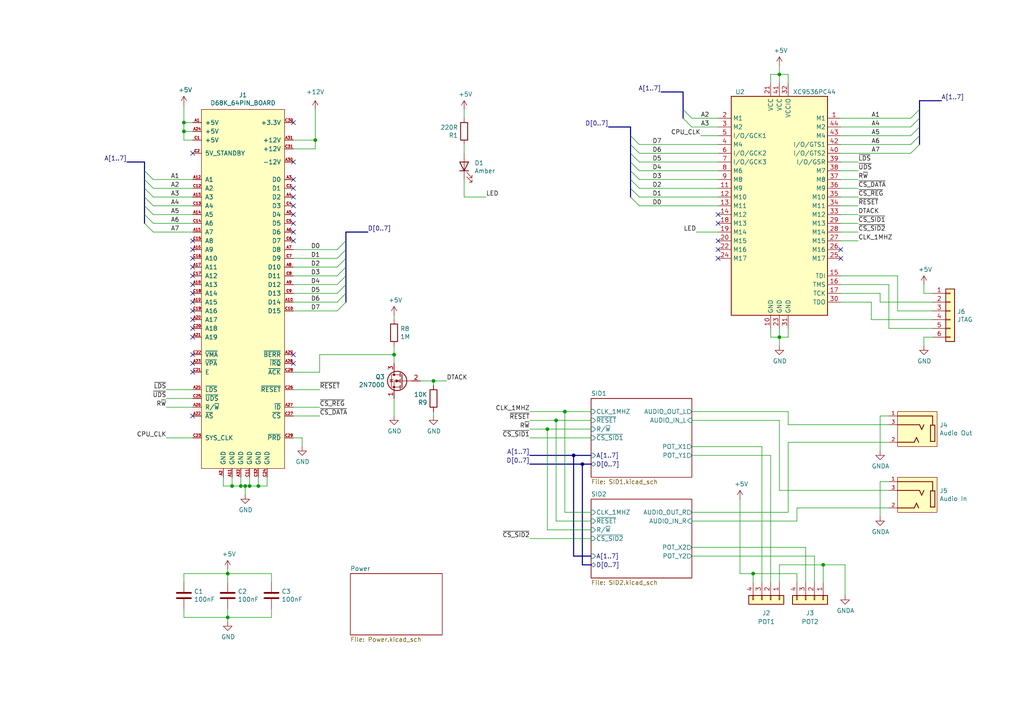
<source format=kicad_sch>
(kicad_sch (version 20230121) (generator eeschema)
  (paper "A4")
  (lib_symbols
    (symbol "Connector_Generic:Conn_01x04" (pin_names (offset 1.016) hide)
      (property "Reference" "J" (at 0 5.08 0))
      (property "Value" "Conn_01x04" (at 0 -7.62 0))
      (symbol "Conn_01x04_1_1"
        (rectangle (start -1.27 -4.953) (end 0 -5.207) (stroke (width 0.1524)))
        (rectangle (start -1.27 -2.413) (end 0 -2.667) (stroke (width 0.1524)))
        (rectangle (start -1.27 0.127) (end 0 -0.127) (stroke (width 0.1524)))
        (rectangle (start -1.27 2.667) (end 0 2.413) (stroke (width 0.1524)))
        (rectangle (start -1.27 3.81) (end 1.27 -6.35) (stroke (width 0.254)) (fill (type background)))
        (pin passive line (at -5.08 2.54 0) (length 3.81) (name "Pin_1") (number "1"))
        (pin passive line (at -5.08 0 0) (length 3.81) (name "Pin_2") (number "2"))
        (pin passive line (at -5.08 -2.54 0) (length 3.81) (name "Pin_3") (number "3"))
        (pin passive line (at -5.08 -5.08 0) (length 3.81) (name "Pin_4") (number "4"))
      )
    )
    (symbol "Connector_Generic:Conn_01x06" (pin_names (offset 1.016) hide)
      (property "Reference" "J" (at 0 7.62 0))
      (property "Value" "Conn_01x06" (at 0 -10.16 0))
      (symbol "Conn_01x06_1_1"
        (rectangle (start -1.27 -7.493) (end 0 -7.747) (stroke (width 0.1524)))
        (rectangle (start -1.27 -4.953) (end 0 -5.207) (stroke (width 0.1524)))
        (rectangle (start -1.27 -2.413) (end 0 -2.667) (stroke (width 0.1524)))
        (rectangle (start -1.27 0.127) (end 0 -0.127) (stroke (width 0.1524)))
        (rectangle (start -1.27 2.667) (end 0 2.413) (stroke (width 0.1524)))
        (rectangle (start -1.27 5.207) (end 0 4.953) (stroke (width 0.1524)))
        (rectangle (start -1.27 6.35) (end 1.27 -8.89) (stroke (width 0.254)) (fill (type background)))
        (pin passive line (at -5.08 5.08 0) (length 3.81) (name "Pin_1") (number "1"))
        (pin passive line (at -5.08 2.54 0) (length 3.81) (name "Pin_2") (number "2"))
        (pin passive line (at -5.08 0 0) (length 3.81) (name "Pin_3") (number "3"))
        (pin passive line (at -5.08 -2.54 0) (length 3.81) (name "Pin_4") (number "4"))
        (pin passive line (at -5.08 -5.08 0) (length 3.81) (name "Pin_5") (number "5"))
        (pin passive line (at -5.08 -7.62 0) (length 3.81) (name "Pin_6") (number "6"))
      )
    )
    (symbol "Ddraig:35RAPC2BHN2" (pin_names (offset 1.016) hide)
      (property "Reference" "J" (at -5.08 7.62 0))
      (property "Value" "35RAPC2BHN2" (at -7.62 -6.35 0))
      (symbol "35RAPC2BHN2_0_0"
        (polyline (pts (xy -5.715 -2.286) (xy -5.715 2.413)) (stroke (width 0.254)))
        (polyline (pts (xy -5.715 2.413) (xy -5.08 2.413)) (stroke (width 0.254)))
        (polyline (pts (xy -5.08 2.413) (xy -4.445 2.413)) (stroke (width 0.254)))
        (polyline (pts (xy -5.08 5.08) (xy -5.08 2.413)) (stroke (width 0.254)))
        (polyline (pts (xy -4.445 -2.286) (xy -5.715 -2.286)) (stroke (width 0.254)))
        (polyline (pts (xy -4.445 2.413) (xy -4.445 -2.286)) (stroke (width 0.254)))
        (polyline (pts (xy -1.905 1.143) (xy -2.54 2.54)) (stroke (width 0.254)))
        (polyline (pts (xy -1.27 2.54) (xy -1.905 1.143)) (stroke (width 0.254)))
        (polyline (pts (xy -0.381 -1.143) (xy -1.016 -2.54)) (stroke (width 0.254)))
        (polyline (pts (xy 0.254 -2.54) (xy -0.381 -1.143)) (stroke (width 0.254)))
        (polyline (pts (xy 5.08 -2.54) (xy 0.254 -2.54)) (stroke (width 0.254)))
        (polyline (pts (xy 5.08 2.54) (xy -1.27 2.54)) (stroke (width 0.254)))
        (polyline (pts (xy 5.08 5.08) (xy -5.08 5.08)) (stroke (width 0.254)))
        (pin passive line (at 7.62 5.08 180) (length 2.54) (name "~") (number "1"))
        (pin passive line (at 7.62 -2.54 180) (length 2.54) (name "~") (number "2"))
        (pin passive line (at 7.62 2.54 180) (length 2.54) (name "~") (number "3"))
      )
      (symbol "35RAPC2BHN2_1_1"
        (rectangle (start -6.35 6.35) (end 5.08 -3.81) (fill (type background)))
      )
    )
    (symbol "Ddraig:D68K_64PIN_BOARD" (pin_names (offset 1.016))
      (property "Reference" "J" (at -11.43 53.34 0))
      (property "Value" "D68K_64PIN_BOARD" (at -2.54 50.8 0))
      (symbol "D68K_64PIN_BOARD_0_1"
        (rectangle (start -12.7 48.26) (end 11.43 -55.88) (fill (type background)))
      )
      (symbol "D68K_64PIN_BOARD_1_1"
        (pin power_in line (at -15.24 44.45 0) (length 2.54) (name "+5V") (number "A1"))
        (pin bidirectional line (at 13.97 -7.62 180) (length 2.54) (name "D14") (number "A10"))
        (pin power_in line (at -3.81 -58.42 90) (length 2.54) (name "GND") (number "A11"))
        (pin output line (at -15.24 27.94 0) (length 2.54) (name "A1") (number "A12"))
        (pin output line (at -15.24 22.86 0) (length 2.54) (name "A3") (number "A13"))
        (pin output line (at -15.24 17.78 0) (length 2.54) (name "A5") (number "A14"))
        (pin output line (at -15.24 12.7 0) (length 2.54) (name "A7") (number "A15"))
        (pin output line (at -15.24 7.62 0) (length 2.54) (name "A9") (number "A16"))
        (pin output line (at -15.24 2.54 0) (length 2.54) (name "A11") (number "A17"))
        (pin output line (at -15.24 -2.54 0) (length 2.54) (name "A13") (number "A18"))
        (pin output line (at -15.24 -7.62 0) (length 2.54) (name "A15") (number "A19"))
        (pin power_in line (at -6.35 -58.42 90) (length 2.54) (name "GND") (number "A2"))
        (pin output line (at -15.24 -12.7 0) (length 2.54) (name "A17") (number "A20"))
        (pin output line (at -15.24 -17.78 0) (length 2.54) (name "A19") (number "A21"))
        (pin output line (at -15.24 -40.64 0) (length 2.54) (name "~{AS}") (number "A22"))
        (pin output line (at -15.24 -25.4 0) (length 2.54) (name "~{VPA}") (number "A23"))
        (pin power_in line (at -15.24 41.91 0) (length 2.54) (name "+5V") (number "A24"))
        (pin output line (at -15.24 -33.02 0) (length 2.54) (name "~{LDS}") (number "A25"))
        (pin output line (at -15.24 -38.1 0) (length 2.54) (name "R/~{W}") (number "A26"))
        (pin output line (at 13.97 -38.1 180) (length 2.54) (name "~{ID}") (number "A27"))
        (pin input line (at 13.97 -25.4 180) (length 2.54) (name "~{IRQ}") (number "A28"))
        (pin input line (at 13.97 -22.86 180) (length 2.54) (name "~{BERR}") (number "A29"))
        (pin bidirectional line (at 13.97 27.94 180) (length 2.54) (name "D0") (number "A3"))
        (pin power_in line (at 13.97 33.02 180) (length 2.54) (name "-12V") (number "A30"))
        (pin power_in line (at 13.97 39.37 180) (length 2.54) (name "+12V") (number "A31"))
        (pin power_in line (at -1.27 -58.42 90) (length 2.54) (name "GND") (number "A32"))
        (pin bidirectional line (at 13.97 22.86 180) (length 2.54) (name "D2") (number "A4"))
        (pin bidirectional line (at 13.97 17.78 180) (length 2.54) (name "D4") (number "A5"))
        (pin bidirectional line (at 13.97 12.7 180) (length 2.54) (name "D6") (number "A6"))
        (pin bidirectional line (at 13.97 7.62 180) (length 2.54) (name "D8") (number "A7"))
        (pin bidirectional line (at 13.97 2.54 180) (length 2.54) (name "D10") (number "A8"))
        (pin bidirectional line (at 13.97 -2.54 180) (length 2.54) (name "D12") (number "A9"))
        (pin power_in line (at -15.24 39.37 0) (length 2.54) (name "+5V") (number "C1"))
        (pin bidirectional line (at 13.97 -10.16 180) (length 2.54) (name "D15") (number "C10"))
        (pin power_in line (at 1.27 -58.42 90) (length 2.54) (name "GND") (number "C11"))
        (pin output line (at -15.24 25.4 0) (length 2.54) (name "A2") (number "C12"))
        (pin output line (at -15.24 20.32 0) (length 2.54) (name "A4") (number "C13"))
        (pin output line (at -15.24 15.24 0) (length 2.54) (name "A6") (number "C14"))
        (pin output line (at -15.24 10.16 0) (length 2.54) (name "A8") (number "C15"))
        (pin output line (at -15.24 5.08 0) (length 2.54) (name "A10") (number "C16"))
        (pin output line (at -15.24 0 0) (length 2.54) (name "A12") (number "C17"))
        (pin output line (at -15.24 -5.08 0) (length 2.54) (name "A14") (number "C18"))
        (pin output line (at -15.24 -10.16 0) (length 2.54) (name "A16") (number "C19"))
        (pin power_in line (at -15.24 35.56 0) (length 2.54) (name "5V_STANDBY") (number "C2"))
        (pin output line (at -15.24 -15.24 0) (length 2.54) (name "A18") (number "C20"))
        (pin output line (at -15.24 -27.94 0) (length 2.54) (name "E") (number "C21"))
        (pin output line (at -15.24 -22.86 0) (length 2.54) (name "~{VMA}") (number "C22"))
        (pin output line (at -15.24 -46.99 0) (length 2.54) (name "SYS_CLK") (number "C23"))
        (pin power_in line (at 6.35 -58.42 90) (length 2.54) (name "GND") (number "C24"))
        (pin output line (at -15.24 -35.56 0) (length 2.54) (name "~{UDS}") (number "C25"))
        (pin output line (at 13.97 -33.02 180) (length 2.54) (name "~{RESET}") (number "C26"))
        (pin output line (at 13.97 -40.64 180) (length 2.54) (name "~{CS}") (number "C27"))
        (pin input line (at 13.97 -27.94 180) (length 2.54) (name "~{ACK}") (number "C28"))
        (pin passive line (at 13.97 -46.99 180) (length 2.54) (name "~{PRD}") (number "C29"))
        (pin bidirectional line (at 13.97 25.4 180) (length 2.54) (name "D1") (number "C3"))
        (pin power_in line (at 13.97 44.45 180) (length 2.54) (name "+3.3V") (number "C30"))
        (pin power_in line (at 13.97 36.83 180) (length 2.54) (name "+12V") (number "C31"))
        (pin power_in line (at 3.81 -58.42 90) (length 2.54) (name "GND") (number "C32"))
        (pin bidirectional line (at 13.97 20.32 180) (length 2.54) (name "D3") (number "C4"))
        (pin bidirectional line (at 13.97 15.24 180) (length 2.54) (name "D5") (number "C5"))
        (pin bidirectional line (at 13.97 10.16 180) (length 2.54) (name "D7") (number "C6"))
        (pin bidirectional line (at 13.97 5.08 180) (length 2.54) (name "D9") (number "C7"))
        (pin bidirectional line (at 13.97 0 180) (length 2.54) (name "D11") (number "C8"))
        (pin bidirectional line (at 13.97 -5.08 180) (length 2.54) (name "D13") (number "C9"))
      )
    )
    (symbol "Ddraig:XC9536PC44"
      (property "Reference" "U" (at -13.97 33.02 0))
      (property "Value" "XC9536PC44" (at -13.97 -33.02 0))
      (symbol "XC9536PC44_1_1"
        (rectangle (start -13.97 31.75) (end 13.97 -31.75) (stroke (width 0.254)) (fill (type background)))
        (pin bidirectional line (at 17.78 25.4 180) (length 3.81) (name "M1") (number "1"))
        (pin power_in line (at -2.54 -35.56 90) (length 3.81) (name "GND") (number "10"))
        (pin bidirectional line (at -17.78 5.08 0) (length 3.81) (name "M9") (number "11"))
        (pin bidirectional line (at -17.78 2.54 0) (length 3.81) (name "M10") (number "12"))
        (pin bidirectional line (at -17.78 0 0) (length 3.81) (name "M11") (number "13"))
        (pin bidirectional line (at -17.78 -2.54 0) (length 3.81) (name "M12") (number "14"))
        (pin input line (at 17.78 -20.32 180) (length 3.81) (name "TDI") (number "15"))
        (pin input line (at 17.78 -22.86 180) (length 3.81) (name "TMS") (number "16"))
        (pin input line (at 17.78 -25.4 180) (length 3.81) (name "TCK") (number "17"))
        (pin bidirectional line (at -17.78 -5.08 0) (length 3.81) (name "M13") (number "18"))
        (pin bidirectional line (at -17.78 -7.62 0) (length 3.81) (name "M14") (number "19"))
        (pin bidirectional line (at -17.78 25.4 0) (length 3.81) (name "M1") (number "2"))
        (pin bidirectional line (at -17.78 -10.16 0) (length 3.81) (name "M15") (number "20"))
        (pin power_in line (at -2.54 35.56 270) (length 3.81) (name "VCC") (number "21"))
        (pin bidirectional line (at -17.78 -12.7 0) (length 3.81) (name "M16") (number "22"))
        (pin power_in line (at 0 -35.56 90) (length 3.81) (name "GND") (number "23"))
        (pin bidirectional line (at -17.78 -15.24 0) (length 3.81) (name "M17") (number "24"))
        (pin bidirectional line (at 17.78 -15.24 180) (length 3.81) (name "M17") (number "25"))
        (pin bidirectional line (at 17.78 -12.7 180) (length 3.81) (name "M16") (number "26"))
        (pin bidirectional line (at 17.78 -10.16 180) (length 3.81) (name "M15") (number "27"))
        (pin bidirectional line (at 17.78 -7.62 180) (length 3.81) (name "M14") (number "28"))
        (pin bidirectional line (at 17.78 -5.08 180) (length 3.81) (name "M13") (number "29"))
        (pin bidirectional line (at -17.78 22.86 0) (length 3.81) (name "M2") (number "3"))
        (pin output line (at 17.78 -27.94 180) (length 3.81) (name "TDO") (number "30"))
        (pin power_in line (at 2.54 -35.56 90) (length 3.81) (name "GND") (number "31"))
        (pin power_in line (at 2.54 35.56 270) (length 3.81) (name "VCCIO") (number "32"))
        (pin bidirectional line (at 17.78 -2.54 180) (length 3.81) (name "M12") (number "33"))
        (pin bidirectional line (at 17.78 0 180) (length 3.81) (name "M11") (number "34"))
        (pin bidirectional line (at 17.78 2.54 180) (length 3.81) (name "M10") (number "35"))
        (pin bidirectional line (at 17.78 5.08 180) (length 3.81) (name "M9") (number "36"))
        (pin bidirectional line (at 17.78 7.62 180) (length 3.81) (name "M8") (number "37"))
        (pin bidirectional line (at 17.78 10.16 180) (length 3.81) (name "M7") (number "38"))
        (pin bidirectional line (at 17.78 12.7 180) (length 3.81) (name "I/O/GSR") (number "39"))
        (pin bidirectional line (at -17.78 17.78 0) (length 3.81) (name "M4") (number "4"))
        (pin bidirectional line (at 17.78 15.24 180) (length 3.81) (name "I/O/GTS2") (number "40"))
        (pin power_in line (at 0 35.56 270) (length 3.81) (name "VCC") (number "41"))
        (pin bidirectional line (at 17.78 17.78 180) (length 3.81) (name "I/O/GTS1") (number "42"))
        (pin bidirectional line (at 17.78 20.32 180) (length 3.81) (name "M4") (number "43"))
        (pin bidirectional line (at 17.78 22.86 180) (length 3.81) (name "M2") (number "44"))
        (pin bidirectional line (at -17.78 20.32 0) (length 3.81) (name "I/O/GCK1") (number "5"))
        (pin bidirectional line (at -17.78 15.24 0) (length 3.81) (name "I/O/GCK2") (number "6"))
        (pin bidirectional line (at -17.78 12.7 0) (length 3.81) (name "I/O/GCK3") (number "7"))
        (pin bidirectional line (at -17.78 10.16 0) (length 3.81) (name "M6") (number "8"))
        (pin bidirectional line (at -17.78 7.62 0) (length 3.81) (name "M8") (number "9"))
      )
    )
    (symbol "Device:C" (pin_numbers hide) (pin_names (offset 0.254))
      (property "Reference" "C" (at 0.635 2.54 0))
      (property "Value" "C" (at 0.635 -2.54 0))
      (symbol "C_0_1"
        (polyline (pts (xy -2.032 -0.762) (xy 2.032 -0.762)) (stroke (width 0.508)))
        (polyline (pts (xy -2.032 0.762) (xy 2.032 0.762)) (stroke (width 0.508)))
      )
      (symbol "C_1_1"
        (pin passive line (at 0 3.81 270) (length 2.794) (name "~") (number "1"))
        (pin passive line (at 0 -3.81 90) (length 2.794) (name "~") (number "2"))
      )
    )
    (symbol "Device:LED" (pin_numbers hide) (pin_names (offset 1.016) hide)
      (property "Reference" "D" (at 0 2.54 0))
      (property "Value" "LED" (at 0 -2.54 0))
      (symbol "LED_0_1"
        (polyline (pts (xy -1.27 -1.27) (xy -1.27 1.27)) (stroke (width 0.254)))
        (polyline (pts (xy -1.27 0) (xy 1.27 0)))
        (polyline (pts (xy 1.27 -1.27) (xy 1.27 1.27) (xy -1.27 0) (xy 1.27 -1.27)) (stroke (width 0.254)))
        (polyline (pts (xy -3.048 -0.762) (xy -4.572 -2.286) (xy -3.81 -2.286) (xy -4.572 -2.286) (xy -4.572 -1.524)))
        (polyline (pts (xy -1.778 -0.762) (xy -3.302 -2.286) (xy -2.54 -2.286) (xy -3.302 -2.286) (xy -3.302 -1.524)))
      )
      (symbol "LED_1_1"
        (pin passive line (at -3.81 0 0) (length 2.54) (name "K") (number "1"))
        (pin passive line (at 3.81 0 180) (length 2.54) (name "A") (number "2"))
      )
    )
    (symbol "Device:R" (pin_numbers hide) (pin_names (offset 0))
      (property "Reference" "R" (at 2.032 0 90))
      (property "Value" "R" (at 0 0 90))
      (symbol "R_0_1"
        (rectangle (start -1.016 -2.54) (end 1.016 2.54) (stroke (width 0.254)))
      )
      (symbol "R_1_1"
        (pin passive line (at 0 3.81 270) (length 1.27) (name "~") (number "1"))
        (pin passive line (at 0 -3.81 90) (length 1.27) (name "~") (number "2"))
      )
    )
    (symbol "Transistor_FET:2N7000" (pin_names hide)
      (property "Reference" "Q" (at 5.08 1.905 0))
      (property "Value" "2N7000" (at 5.08 0 0))
      (symbol "2N7000_0_1"
        (polyline (pts (xy 0.254 0) (xy -2.54 0)))
        (polyline (pts (xy 0.254 1.905) (xy 0.254 -1.905)) (stroke (width 0.254)))
        (polyline (pts (xy 0.762 -1.27) (xy 0.762 -2.286)) (stroke (width 0.254)))
        (polyline (pts (xy 0.762 0.508) (xy 0.762 -0.508)) (stroke (width 0.254)))
        (polyline (pts (xy 0.762 2.286) (xy 0.762 1.27)) (stroke (width 0.254)))
        (polyline (pts (xy 2.54 2.54) (xy 2.54 1.778)))
        (polyline (pts (xy 2.54 -2.54) (xy 2.54 0) (xy 0.762 0)))
        (polyline (pts (xy 0.762 -1.778) (xy 3.302 -1.778) (xy 3.302 1.778) (xy 0.762 1.778)))
        (polyline (pts (xy 1.016 0) (xy 2.032 0.381) (xy 2.032 -0.381) (xy 1.016 0)) (fill (type outline)))
        (polyline (pts (xy 2.794 0.508) (xy 2.921 0.381) (xy 3.683 0.381) (xy 3.81 0.254)))
        (polyline (pts (xy 3.302 0.381) (xy 2.921 -0.254) (xy 3.683 -0.254) (xy 3.302 0.381)))
        (circle (center 1.651 0) (radius 2.794) (stroke (width 0.254)))
        (circle (center 2.54 -1.778) (radius 0.254) (fill (type outline)))
        (circle (center 2.54 1.778) (radius 0.254) (fill (type outline)))
      )
      (symbol "2N7000_1_1"
        (pin passive line (at 2.54 -5.08 90) (length 2.54) (name "S") (number "1"))
        (pin input line (at -5.08 0 0) (length 2.54) (name "G") (number "2"))
        (pin passive line (at 2.54 5.08 270) (length 2.54) (name "D") (number "3"))
      )
    )
    (symbol "power:+12V" (power) (pin_names (offset 0))
      (property "Value" "+12V" (at 0 3.556 0))
      (symbol "+12V_0_1"
        (polyline (pts (xy -0.762 1.27) (xy 0 2.54)))
        (polyline (pts (xy 0 0) (xy 0 2.54)))
        (polyline (pts (xy 0 2.54) (xy 0.762 1.27)))
      )
      (symbol "+12V_1_1"
        (pin power_in line (at 0 0 90) (length 0) hide (name "+12V") (number "1"))
      )
    )
    (symbol "power:+5V" (power) (pin_names (offset 0))
      (property "Value" "+5V" (at 0 3.556 0))
      (symbol "+5V_0_1"
        (polyline (pts (xy -0.762 1.27) (xy 0 2.54)))
        (polyline (pts (xy 0 0) (xy 0 2.54)))
        (polyline (pts (xy 0 2.54) (xy 0.762 1.27)))
      )
      (symbol "+5V_1_1"
        (pin power_in line (at 0 0 90) (length 0) hide (name "+5V") (number "1"))
      )
    )
    (symbol "power:GND" (power) (pin_names (offset 0))
      (property "Value" "GND" (at 0 -3.81 0))
      (symbol "GND_0_1"
        (polyline (pts (xy 0 0) (xy 0 -1.27) (xy 1.27 -1.27) (xy 0 -2.54) (xy -1.27 -1.27) (xy 0 -1.27)))
      )
      (symbol "GND_1_1"
        (pin power_in line (at 0 0 270) (length 0) hide (name "GND") (number "1"))
      )
    )
    (symbol "power:GNDA" (power) (pin_names (offset 0))
      (property "Value" "GNDA" (at 0 -3.81 0))
      (symbol "GNDA_0_1"
        (polyline (pts (xy 0 0) (xy 0 -1.27) (xy 1.27 -1.27) (xy 0 -2.54) (xy -1.27 -1.27) (xy 0 -1.27)))
      )
      (symbol "GNDA_1_1"
        (pin power_in line (at 0 0 270) (length 0) hide (name "GNDA") (number "1"))
      )
    )
  )
  (junction (at 53.34 38.1))
  (junction (at 74.93 140.97))
  (junction (at 125.73 110.49))
  (junction (at 72.39 140.97))
  (junction (at 66.04 179.07))
  (junction (at 166.37 132.08))
  (junction (at 226.06 21.59))
  (junction (at 114.3 102.87))
  (junction (at 91.44 40.64))
  (junction (at 238.76 163.83))
  (junction (at 163.83 119.38))
  (junction (at 67.31 140.97))
  (junction (at 226.06 97.79))
  (junction (at 218.44 166.37))
  (junction (at 161.29 121.92))
  (junction (at 69.85 140.97))
  (junction (at 71.12 140.97))
  (junction (at 66.04 166.37))
  (junction (at 168.91 134.62))
  (junction (at 158.75 124.46))
  (junction (at 53.34 35.56))
  (no_connect (at 85.09 69.85))
  (no_connect (at 85.09 67.31))
  (no_connect (at 208.28 64.77))
  (no_connect (at 85.09 52.07))
  (no_connect (at 55.88 97.79))
  (no_connect (at 55.88 92.71))
  (no_connect (at 208.28 69.85))
  (no_connect (at 208.28 74.93))
  (no_connect (at 55.88 80.01))
  (no_connect (at 55.88 82.55))
  (no_connect (at 85.09 62.23))
  (no_connect (at 55.88 77.47))
  (no_connect (at 55.88 87.63))
  (no_connect (at 55.88 102.87))
  (no_connect (at 55.88 85.09))
  (no_connect (at 85.09 102.87))
  (no_connect (at 85.09 54.61))
  (no_connect (at 55.88 90.17))
  (no_connect (at 55.88 107.95))
  (no_connect (at 55.88 95.25))
  (no_connect (at 55.88 74.93))
  (no_connect (at 208.28 72.39))
  (no_connect (at 55.88 72.39))
  (no_connect (at 243.84 74.93))
  (no_connect (at 85.09 46.99))
  (no_connect (at 85.09 105.41))
  (no_connect (at 208.28 62.23))
  (no_connect (at 243.84 72.39))
  (no_connect (at 55.88 44.45))
  (no_connect (at 55.88 120.65))
  (no_connect (at 55.88 69.85))
  (no_connect (at 85.09 59.69))
  (no_connect (at 55.88 105.41))
  (no_connect (at 85.09 57.15))
  (no_connect (at 85.09 35.56))
  (no_connect (at 85.09 64.77))
  (bus_entry (at 41.91 62.23) (size 2.54 2.54))
  (bus_entry (at 182.88 46.99) (size 2.54 2.54))
  (bus_entry (at 100.33 74.93) (size -2.54 2.54))
  (bus_entry (at 266.7 31.75) (size -2.54 2.54))
  (bus_entry (at 41.91 54.61) (size 2.54 2.54))
  (bus_entry (at 182.88 57.15) (size 2.54 2.54))
  (bus_entry (at 266.7 39.37) (size -2.54 2.54))
  (bus_entry (at 41.91 52.07) (size 2.54 2.54))
  (bus_entry (at 266.7 34.29) (size -2.54 2.54))
  (bus_entry (at 266.7 36.83) (size -2.54 2.54))
  (bus_entry (at 182.88 49.53) (size 2.54 2.54))
  (bus_entry (at 100.33 87.63) (size -2.54 2.54))
  (bus_entry (at 41.91 59.69) (size 2.54 2.54))
  (bus_entry (at 182.88 52.07) (size 2.54 2.54))
  (bus_entry (at 182.88 44.45) (size 2.54 2.54))
  (bus_entry (at 100.33 80.01) (size -2.54 2.54))
  (bus_entry (at 41.91 64.77) (size 2.54 2.54))
  (bus_entry (at 100.33 82.55) (size -2.54 2.54))
  (bus_entry (at 100.33 69.85) (size -2.54 2.54))
  (bus_entry (at 100.33 72.39) (size -2.54 2.54))
  (bus_entry (at 182.88 39.37) (size 2.54 2.54))
  (bus_entry (at 182.88 54.61) (size 2.54 2.54))
  (bus_entry (at 41.91 57.15) (size 2.54 2.54))
  (bus_entry (at 100.33 77.47) (size -2.54 2.54))
  (bus_entry (at 266.7 41.91) (size -2.54 2.54))
  (bus_entry (at 41.91 49.53) (size 2.54 2.54))
  (bus_entry (at 182.88 41.91) (size 2.54 2.54))
  (bus_entry (at 100.33 85.09) (size -2.54 2.54))
  (bus_entry (at 198.12 31.75) (size 2.54 2.54))
  (bus_entry (at 198.12 34.29) (size 2.54 2.54))
  (bus (pts (xy 41.91 46.99) (xy 41.91 49.53)))
  (wire (pts (xy 228.6 148.59) (xy 228.6 128.27)))
  (wire (pts (xy 201.93 67.31) (xy 208.28 67.31)))
  (wire (pts (xy 158.75 153.67) (xy 158.75 124.46)))
  (bus (pts (xy 41.91 52.07) (xy 41.91 54.61)))
  (wire (pts (xy 208.28 39.37) (xy 203.2 39.37)))
  (wire (pts (xy 53.34 179.07) (xy 66.04 179.07)))
  (wire (pts (xy 223.52 97.79) (xy 226.06 97.79)))
  (bus (pts (xy 41.91 59.69) (xy 41.91 62.23)))
  (bus (pts (xy 153.67 134.62) (xy 168.91 134.62)))
  (wire (pts (xy 243.84 49.53) (xy 248.92 49.53)))
  (wire (pts (xy 92.71 102.87) (xy 114.3 102.87)))
  (wire (pts (xy 114.3 100.33) (xy 114.3 102.87)))
  (wire (pts (xy 255.27 87.63) (xy 255.27 85.09)))
  (bus (pts (xy 266.7 39.37) (xy 266.7 41.91)))
  (wire (pts (xy 71.12 140.97) (xy 72.39 140.97)))
  (wire (pts (xy 200.66 129.54) (xy 220.98 129.54)))
  (wire (pts (xy 233.68 158.75) (xy 233.68 168.91)))
  (wire (pts (xy 66.04 179.07) (xy 78.74 179.07)))
  (wire (pts (xy 53.34 30.48) (xy 53.34 35.56)))
  (bus (pts (xy 166.37 132.08) (xy 166.37 161.29)))
  (wire (pts (xy 267.97 100.33) (xy 267.97 97.79)))
  (wire (pts (xy 158.75 124.46) (xy 171.45 124.46)))
  (wire (pts (xy 161.29 121.92) (xy 171.45 121.92)))
  (wire (pts (xy 125.73 110.49) (xy 121.92 110.49)))
  (wire (pts (xy 214.63 166.37) (xy 218.44 166.37)))
  (wire (pts (xy 243.84 34.29) (xy 264.16 34.29)))
  (bus (pts (xy 100.33 80.01) (xy 100.33 82.55)))
  (wire (pts (xy 153.67 127) (xy 171.45 127)))
  (wire (pts (xy 69.85 138.43) (xy 69.85 140.97)))
  (wire (pts (xy 208.28 57.15) (xy 185.42 57.15)))
  (bus (pts (xy 100.33 85.09) (xy 100.33 87.63)))
  (wire (pts (xy 53.34 168.91) (xy 53.34 166.37)))
  (wire (pts (xy 238.76 163.83) (xy 226.06 163.83)))
  (wire (pts (xy 64.77 140.97) (xy 67.31 140.97)))
  (bus (pts (xy 168.91 134.62) (xy 171.45 134.62)))
  (wire (pts (xy 67.31 138.43) (xy 67.31 140.97)))
  (wire (pts (xy 208.28 34.29) (xy 200.66 34.29)))
  (wire (pts (xy 55.88 64.77) (xy 44.45 64.77)))
  (wire (pts (xy 74.93 140.97) (xy 77.47 140.97)))
  (wire (pts (xy 55.88 59.69) (xy 44.45 59.69)))
  (bus (pts (xy 182.88 41.91) (xy 182.88 44.45)))
  (wire (pts (xy 171.45 153.67) (xy 158.75 153.67)))
  (wire (pts (xy 200.66 151.13) (xy 231.14 151.13)))
  (bus (pts (xy 100.33 72.39) (xy 100.33 74.93)))
  (wire (pts (xy 228.6 123.19) (xy 257.81 123.19)))
  (wire (pts (xy 48.26 115.57) (xy 55.88 115.57)))
  (wire (pts (xy 226.06 163.83) (xy 226.06 168.91)))
  (wire (pts (xy 66.04 176.53) (xy 66.04 179.07)))
  (wire (pts (xy 85.09 43.18) (xy 91.44 43.18)))
  (wire (pts (xy 64.77 138.43) (xy 64.77 140.97)))
  (wire (pts (xy 171.45 148.59) (xy 163.83 148.59)))
  (wire (pts (xy 243.84 80.01) (xy 260.35 80.01)))
  (wire (pts (xy 85.09 74.93) (xy 97.79 74.93)))
  (wire (pts (xy 71.12 143.51) (xy 71.12 140.97)))
  (wire (pts (xy 223.52 132.08) (xy 223.52 168.91)))
  (bus (pts (xy 266.7 31.75) (xy 266.7 34.29)))
  (bus (pts (xy 182.88 36.83) (xy 176.53 36.83)))
  (bus (pts (xy 100.33 82.55) (xy 100.33 85.09)))
  (wire (pts (xy 267.97 97.79) (xy 270.51 97.79)))
  (wire (pts (xy 53.34 176.53) (xy 53.34 179.07)))
  (wire (pts (xy 200.66 121.92) (xy 226.06 121.92)))
  (wire (pts (xy 85.09 113.03) (xy 92.71 113.03)))
  (wire (pts (xy 92.71 107.95) (xy 92.71 102.87)))
  (wire (pts (xy 74.93 138.43) (xy 74.93 140.97)))
  (wire (pts (xy 243.84 41.91) (xy 264.16 41.91)))
  (wire (pts (xy 228.6 119.38) (xy 228.6 123.19)))
  (wire (pts (xy 85.09 40.64) (xy 91.44 40.64)))
  (bus (pts (xy 41.91 49.53) (xy 41.91 52.07)))
  (wire (pts (xy 226.06 21.59) (xy 223.52 21.59)))
  (wire (pts (xy 134.62 34.29) (xy 134.62 31.75)))
  (wire (pts (xy 85.09 82.55) (xy 97.79 82.55)))
  (wire (pts (xy 53.34 35.56) (xy 53.34 38.1)))
  (wire (pts (xy 55.88 113.03) (xy 48.26 113.03)))
  (wire (pts (xy 218.44 166.37) (xy 218.44 168.91)))
  (wire (pts (xy 55.88 67.31) (xy 44.45 67.31)))
  (wire (pts (xy 66.04 179.07) (xy 66.04 180.34)))
  (wire (pts (xy 226.06 95.25) (xy 226.06 97.79)))
  (wire (pts (xy 87.63 129.54) (xy 87.63 127)))
  (wire (pts (xy 228.6 21.59) (xy 226.06 21.59)))
  (wire (pts (xy 255.27 120.65) (xy 257.81 120.65)))
  (wire (pts (xy 228.6 24.13) (xy 228.6 21.59)))
  (wire (pts (xy 231.14 166.37) (xy 231.14 168.91)))
  (wire (pts (xy 248.92 62.23) (xy 243.84 62.23)))
  (wire (pts (xy 200.66 158.75) (xy 233.68 158.75)))
  (wire (pts (xy 252.73 92.71) (xy 270.51 92.71)))
  (wire (pts (xy 270.51 95.25) (xy 257.81 95.25)))
  (wire (pts (xy 91.44 40.64) (xy 91.44 31.75)))
  (wire (pts (xy 231.14 147.32) (xy 257.81 147.32)))
  (wire (pts (xy 252.73 92.71) (xy 252.73 87.63)))
  (wire (pts (xy 200.66 132.08) (xy 223.52 132.08)))
  (wire (pts (xy 55.88 35.56) (xy 53.34 35.56)))
  (wire (pts (xy 255.27 130.81) (xy 255.27 120.65)))
  (wire (pts (xy 163.83 119.38) (xy 171.45 119.38)))
  (wire (pts (xy 153.67 156.21) (xy 171.45 156.21)))
  (wire (pts (xy 78.74 166.37) (xy 78.74 168.91)))
  (wire (pts (xy 231.14 151.13) (xy 231.14 147.32)))
  (wire (pts (xy 72.39 140.97) (xy 74.93 140.97)))
  (wire (pts (xy 248.92 52.07) (xy 243.84 52.07)))
  (wire (pts (xy 85.09 80.01) (xy 97.79 80.01)))
  (wire (pts (xy 87.63 127) (xy 85.09 127)))
  (wire (pts (xy 245.11 163.83) (xy 238.76 163.83)))
  (wire (pts (xy 218.44 166.37) (xy 231.14 166.37)))
  (wire (pts (xy 248.92 46.99) (xy 243.84 46.99)))
  (bus (pts (xy 182.88 52.07) (xy 182.88 54.61)))
  (bus (pts (xy 153.67 132.08) (xy 166.37 132.08)))
  (bus (pts (xy 198.12 26.67) (xy 198.12 31.75)))
  (wire (pts (xy 114.3 105.41) (xy 114.3 102.87)))
  (bus (pts (xy 182.88 44.45) (xy 182.88 46.99)))
  (bus (pts (xy 182.88 46.99) (xy 182.88 49.53)))
  (wire (pts (xy 114.3 115.57) (xy 114.3 120.65)))
  (wire (pts (xy 171.45 151.13) (xy 161.29 151.13)))
  (bus (pts (xy 100.33 74.93) (xy 100.33 77.47)))
  (bus (pts (xy 41.91 46.99) (xy 36.83 46.99)))
  (wire (pts (xy 161.29 151.13) (xy 161.29 121.92)))
  (wire (pts (xy 208.28 52.07) (xy 185.42 52.07)))
  (wire (pts (xy 223.52 95.25) (xy 223.52 97.79)))
  (wire (pts (xy 55.88 38.1) (xy 53.34 38.1)))
  (wire (pts (xy 163.83 148.59) (xy 163.83 119.38)))
  (wire (pts (xy 125.73 111.76) (xy 125.73 110.49)))
  (wire (pts (xy 85.09 90.17) (xy 97.79 90.17)))
  (wire (pts (xy 243.84 39.37) (xy 264.16 39.37)))
  (wire (pts (xy 85.09 72.39) (xy 97.79 72.39)))
  (wire (pts (xy 255.27 149.86) (xy 255.27 139.7)))
  (wire (pts (xy 153.67 119.38) (xy 163.83 119.38)))
  (wire (pts (xy 55.88 52.07) (xy 44.45 52.07)))
  (bus (pts (xy 182.88 54.61) (xy 182.88 57.15)))
  (wire (pts (xy 153.67 121.92) (xy 161.29 121.92)))
  (wire (pts (xy 72.39 138.43) (xy 72.39 140.97)))
  (wire (pts (xy 228.6 97.79) (xy 228.6 95.25)))
  (wire (pts (xy 267.97 82.55) (xy 267.97 85.09)))
  (bus (pts (xy 166.37 132.08) (xy 171.45 132.08)))
  (wire (pts (xy 85.09 120.65) (xy 92.71 120.65)))
  (wire (pts (xy 243.84 54.61) (xy 248.92 54.61)))
  (wire (pts (xy 53.34 38.1) (xy 53.34 40.64)))
  (wire (pts (xy 248.92 64.77) (xy 243.84 64.77)))
  (wire (pts (xy 208.28 36.83) (xy 200.66 36.83)))
  (wire (pts (xy 200.66 161.29) (xy 236.22 161.29)))
  (wire (pts (xy 55.88 54.61) (xy 44.45 54.61)))
  (wire (pts (xy 214.63 144.78) (xy 214.63 166.37)))
  (bus (pts (xy 266.7 36.83) (xy 266.7 39.37)))
  (bus (pts (xy 182.88 49.53) (xy 182.88 52.07)))
  (bus (pts (xy 100.33 77.47) (xy 100.33 80.01)))
  (bus (pts (xy 100.33 69.85) (xy 100.33 72.39)))
  (wire (pts (xy 114.3 92.71) (xy 114.3 91.44)))
  (wire (pts (xy 270.51 90.17) (xy 260.35 90.17)))
  (wire (pts (xy 85.09 85.09) (xy 97.79 85.09)))
  (bus (pts (xy 106.68 67.31) (xy 100.33 67.31)))
  (bus (pts (xy 41.91 57.15) (xy 41.91 59.69)))
  (wire (pts (xy 255.27 139.7) (xy 257.81 139.7)))
  (wire (pts (xy 208.28 41.91) (xy 185.42 41.91)))
  (wire (pts (xy 243.84 82.55) (xy 257.81 82.55)))
  (wire (pts (xy 69.85 140.97) (xy 71.12 140.97)))
  (bus (pts (xy 168.91 163.83) (xy 171.45 163.83)))
  (bus (pts (xy 182.88 36.83) (xy 182.88 39.37)))
  (wire (pts (xy 153.67 124.46) (xy 158.75 124.46)))
  (bus (pts (xy 100.33 67.31) (xy 100.33 69.85)))
  (wire (pts (xy 257.81 95.25) (xy 257.81 82.55)))
  (wire (pts (xy 243.84 36.83) (xy 264.16 36.83)))
  (wire (pts (xy 223.52 21.59) (xy 223.52 24.13)))
  (wire (pts (xy 220.98 129.54) (xy 220.98 168.91)))
  (bus (pts (xy 198.12 26.67) (xy 191.77 26.67)))
  (wire (pts (xy 67.31 140.97) (xy 69.85 140.97)))
  (wire (pts (xy 134.62 44.45) (xy 134.62 41.91)))
  (wire (pts (xy 267.97 85.09) (xy 270.51 85.09)))
  (wire (pts (xy 245.11 172.72) (xy 245.11 163.83)))
  (wire (pts (xy 236.22 161.29) (xy 236.22 168.91)))
  (bus (pts (xy 41.91 54.61) (xy 41.91 57.15)))
  (wire (pts (xy 66.04 168.91) (xy 66.04 166.37)))
  (wire (pts (xy 77.47 140.97) (xy 77.47 138.43)))
  (wire (pts (xy 243.84 59.69) (xy 248.92 59.69)))
  (wire (pts (xy 252.73 87.63) (xy 243.84 87.63)))
  (wire (pts (xy 140.97 57.15) (xy 134.62 57.15)))
  (wire (pts (xy 226.06 142.24) (xy 257.81 142.24)))
  (wire (pts (xy 200.66 119.38) (xy 228.6 119.38)))
  (bus (pts (xy 266.7 34.29) (xy 266.7 36.83)))
  (wire (pts (xy 226.06 97.79) (xy 226.06 100.33)))
  (bus (pts (xy 198.12 31.75) (xy 198.12 34.29)))
  (wire (pts (xy 243.84 67.31) (xy 248.92 67.31)))
  (bus (pts (xy 182.88 39.37) (xy 182.88 41.91)))
  (wire (pts (xy 228.6 128.27) (xy 257.81 128.27)))
  (wire (pts (xy 55.88 127) (xy 48.26 127)))
  (wire (pts (xy 85.09 77.47) (xy 97.79 77.47)))
  (bus (pts (xy 266.7 29.21) (xy 273.05 29.21)))
  (wire (pts (xy 200.66 148.59) (xy 228.6 148.59)))
  (bus (pts (xy 41.91 62.23) (xy 41.91 64.77)))
  (wire (pts (xy 243.84 44.45) (xy 264.16 44.45)))
  (wire (pts (xy 53.34 40.64) (xy 55.88 40.64)))
  (wire (pts (xy 78.74 179.07) (xy 78.74 176.53)))
  (wire (pts (xy 66.04 166.37) (xy 78.74 166.37)))
  (wire (pts (xy 92.71 118.11) (xy 85.09 118.11)))
  (wire (pts (xy 91.44 43.18) (xy 91.44 40.64)))
  (wire (pts (xy 55.88 62.23) (xy 44.45 62.23)))
  (wire (pts (xy 226.06 97.79) (xy 228.6 97.79)))
  (wire (pts (xy 270.51 87.63) (xy 255.27 87.63)))
  (wire (pts (xy 55.88 57.15) (xy 44.45 57.15)))
  (bus (pts (xy 266.7 29.21) (xy 266.7 31.75)))
  (bus (pts (xy 168.91 134.62) (xy 168.91 163.83)))
  (wire (pts (xy 255.27 85.09) (xy 243.84 85.09)))
  (wire (pts (xy 125.73 120.65) (xy 125.73 119.38)))
  (wire (pts (xy 208.28 46.99) (xy 185.42 46.99)))
  (wire (pts (xy 208.28 44.45) (xy 185.42 44.45)))
  (bus (pts (xy 166.37 161.29) (xy 171.45 161.29)))
  (wire (pts (xy 134.62 57.15) (xy 134.62 52.07)))
  (wire (pts (xy 260.35 80.01) (xy 260.35 90.17)))
  (wire (pts (xy 208.28 49.53) (xy 185.42 49.53)))
  (wire (pts (xy 243.84 69.85) (xy 248.92 69.85)))
  (wire (pts (xy 55.88 118.11) (xy 48.26 118.11)))
  (wire (pts (xy 208.28 59.69) (xy 185.42 59.69)))
  (wire (pts (xy 66.04 166.37) (xy 66.04 165.1)))
  (wire (pts (xy 248.92 57.15) (xy 243.84 57.15)))
  (wire (pts (xy 226.06 121.92) (xy 226.06 142.24)))
  (wire (pts (xy 226.06 21.59) (xy 226.06 24.13)))
  (wire (pts (xy 208.28 54.61) (xy 185.42 54.61)))
  (wire (pts (xy 238.76 163.83) (xy 238.76 168.91)))
  (wire (pts (xy 85.09 107.95) (xy 92.71 107.95)))
  (wire (pts (xy 226.06 19.05) (xy 226.06 21.59)))
  (wire (pts (xy 85.09 87.63) (xy 97.79 87.63)))
  (wire (pts (xy 129.54 110.49) (xy 125.73 110.49)))
  (wire (pts (xy 53.34 166.37) (xy 66.04 166.37)))
  (label "~{CS_DATA}" (at 92.71 120.65 0))
  (label "~{CS_REG}" (at 92.71 118.11 0))
  (label "R~{W}" (at 153.67 124.46 180))
  (label "D0" (at 90.17 72.39 0))
  (label "A5" (at 49.53 62.23 0))
  (label "~{LDS}" (at 248.92 46.99 0))
  (label "D4" (at 90.17 82.55 0))
  (label "~{UDS}" (at 48.26 115.57 180))
  (label "D[0..7]" (at 153.67 134.62 180))
  (label "D3" (at 189.23 52.07 0))
  (label "A1" (at 49.53 52.07 0))
  (label "DTACK" (at 248.92 62.23 0))
  (label "D[0..7]" (at 106.68 67.31 0))
  (label "D7" (at 189.23 41.91 0))
  (label "D1" (at 189.23 57.15 0))
  (label "A[1..7]" (at 153.67 132.08 180))
  (label "A[1..7]" (at 191.77 26.67 180))
  (label "~{RESET}" (at 248.92 59.69 0))
  (label "~{LDS}" (at 48.26 113.03 180))
  (label "D2" (at 90.17 77.47 0))
  (label "D1" (at 90.17 74.93 0))
  (label "A5" (at 252.73 39.37 0))
  (label "A6" (at 49.53 64.77 0))
  (label "A3" (at 205.74 36.83 180))
  (label "D7" (at 90.17 90.17 0))
  (label "A[1..7]" (at 36.83 46.99 180))
  (label "~{CS_SID2}" (at 248.92 67.31 0))
  (label "CLK_1MHZ" (at 248.92 69.85 0))
  (label "A2" (at 205.74 34.29 180))
  (label "CPU_CLK" (at 48.26 127 180))
  (label "A7" (at 252.73 44.45 0))
  (label "D6" (at 90.17 87.63 0))
  (label "LED" (at 201.93 67.31 180))
  (label "D5" (at 189.23 46.99 0))
  (label "CPU_CLK" (at 203.2 39.37 180))
  (label "~{RESET}" (at 153.67 121.92 180))
  (label "A[1..7]" (at 273.05 29.21 0))
  (label "A4" (at 49.53 59.69 0))
  (label "D2" (at 189.23 54.61 0))
  (label "R~{W}" (at 48.26 118.11 180))
  (label "CLK_1MHZ" (at 153.67 119.38 180))
  (label "D0" (at 189.23 59.69 0))
  (label "~{UDS}" (at 248.92 49.53 0))
  (label "DTACK" (at 129.54 110.49 0))
  (label "A3" (at 49.53 57.15 0))
  (label "~{CS_DATA}" (at 248.92 54.61 0))
  (label "A2" (at 49.53 54.61 0))
  (label "D[0..7]" (at 176.53 36.83 180))
  (label "D3" (at 90.17 80.01 0))
  (label "R~{W}" (at 248.92 52.07 0))
  (label "~{CS_SID1}" (at 248.92 64.77 0))
  (label "~{CS_SID2}" (at 153.67 156.21 180))
  (label "D4" (at 189.23 49.53 0))
  (label "LED" (at 140.97 57.15 0))
  (label "D6" (at 189.23 44.45 0))
  (label "~{CS_SID1}" (at 153.67 127 180))
  (label "A1" (at 252.73 34.29 0))
  (label "~{RESET}" (at 92.71 113.03 0))
  (label "D5" (at 90.17 85.09 0))
  (label "A4" (at 252.73 36.83 0))
  (label "~{CS_REG}" (at 248.92 57.15 0))
  (label "A7" (at 49.53 67.31 0))
  (label "A6" (at 252.73 41.91 0))
  (symbol (lib_id "Connector_Generic:Conn_01x06") (at 275.59 90.17 0) (unit 1)
    (property "Reference" "J6" (at 277.622 90.3732 0) (effects (justify left)))
    (property "Value" "JTAG" (at 277.622 92.6846 0) (effects (justify left)))
    (property "Footprint" "Connector_PinHeader_2.54mm:PinHeader_1x06_P2.54mm_Vertical" (effects hide))
  )
  (symbol (lib_id "Ddraig:D68K_64PIN_BOARD") (at 71.12 80.01 0) (unit 1)
    (property "Reference" "J1" (at 70.485 27.559 0))
    (property "Value" "D68K_64PIN_BOARD" (at 70.485 29.8704 0))
    (property "Footprint" "Ddraig:DIN41612_C_2x32_Male_Horizontal_THT" (effects hide))
  )
  (symbol (lib_id "power:GND") (at 87.63 129.54 0) (unit 1)
    (property "Reference" "#PWR05" (effects hide))
    (property "Value" "GND" (at 87.757 133.9342 0))
  )
  (symbol (lib_id "Device:LED") (at 134.62 48.26 90) (unit 1)
    (property "Reference" "D1" (at 137.6172 47.2694 90) (effects (justify right)))
    (property "Value" "Amber" (at 137.6172 49.5808 90) (effects (justify right)))
    (property "Footprint" "LED_THT:LED_D5.0mm" (effects hide))
  )
  (symbol (lib_id "Device:R") (at 134.62 38.1 180) (unit 1)
    (property "Reference" "R1" (at 132.842 39.2684 0) (effects (justify left)))
    (property "Value" "220R" (at 132.842 36.957 0) (effects (justify left)))
    (property "Footprint" "Resistor_THT:R_Axial_DIN0207_L6.3mm_D2.5mm_P10.16mm_Horizontal" (effects hide))
  )
  (symbol (lib_id "power:+5V") (at 134.62 31.75 0) (unit 1)
    (property "Reference" "#PWR011" (effects hide))
    (property "Value" "+5V" (at 135.001 27.3558 0))
  )
  (symbol (lib_id "power:GND") (at 226.06 100.33 0) (unit 1)
    (property "Reference" "#PWR014" (effects hide))
    (property "Value" "GND" (at 226.187 104.7242 0))
  )
  (symbol (lib_id "power:+5V") (at 226.06 19.05 0) (unit 1)
    (property "Reference" "#PWR013" (effects hide))
    (property "Value" "+5V" (at 226.441 14.6558 0))
  )
  (symbol (lib_id "Ddraig:XC9536PC44") (at 226.06 59.69 0) (unit 1)
    (property "Reference" "U2" (at 214.63 26.67 0))
    (property "Value" "XC9536PC44" (at 236.22 26.67 0))
    (property "Footprint" "Package_LCC:PLCC-44_THT-Socket" (effects hide))
    (property "Datasheet" "xilinx/xc9536.pdf" (effects hide))
  )
  (symbol (lib_id "power:GND") (at 267.97 100.33 0) (unit 1)
    (property "Reference" "#PWR019" (effects hide))
    (property "Value" "GND" (at 268.097 104.7242 0))
  )
  (symbol (lib_id "power:+5V") (at 267.97 82.55 0) (unit 1)
    (property "Reference" "#PWR018" (effects hide))
    (property "Value" "+5V" (at 268.351 78.1558 0))
  )
  (symbol (lib_id "power:+5V") (at 53.34 30.48 0) (unit 1)
    (property "Reference" "#PWR01" (effects hide))
    (property "Value" "+5V" (at 53.721 26.0858 0))
  )
  (symbol (lib_id "power:GND") (at 71.12 143.51 0) (unit 1)
    (property "Reference" "#PWR04" (effects hide))
    (property "Value" "GND" (at 71.247 147.9042 0))
  )
  (symbol (lib_id "Device:C") (at 66.04 172.72 0) (unit 1)
    (property "Reference" "C2" (at 68.961 171.5516 0) (effects (justify left)))
    (property "Value" "100nF" (at 68.961 173.863 0) (effects (justify left)))
    (property "Footprint" "Capacitor_THT:C_Disc_D5.0mm_W2.5mm_P2.50mm" (effects hide))
  )
  (symbol (lib_id "Device:C") (at 78.74 172.72 0) (unit 1)
    (property "Reference" "C3" (at 81.661 171.5516 0) (effects (justify left)))
    (property "Value" "100nF" (at 81.661 173.863 0) (effects (justify left)))
    (property "Footprint" "Capacitor_THT:C_Disc_D5.0mm_W2.5mm_P2.50mm" (effects hide))
  )
  (symbol (lib_id "Device:C") (at 53.34 172.72 0) (unit 1)
    (property "Reference" "C1" (at 56.261 171.5516 0) (effects (justify left)))
    (property "Value" "100nF" (at 56.261 173.863 0) (effects (justify left)))
    (property "Footprint" "Capacitor_THT:C_Disc_D5.0mm_W2.5mm_P2.50mm" (effects hide))
  )
  (symbol (lib_id "power:GND") (at 66.04 180.34 0) (unit 1)
    (property "Reference" "#PWR03" (effects hide))
    (property "Value" "GND" (at 66.167 184.7342 0))
  )
  (symbol (lib_id "power:+5V") (at 66.04 165.1 0) (unit 1)
    (property "Reference" "#PWR02" (effects hide))
    (property "Value" "+5V" (at 66.421 160.7058 0))
  )
  (symbol (lib_id "power:GNDA") (at 245.11 172.72 0) (unit 1)
    (property "Reference" "#PWR015" (effects hide))
    (property "Value" "GNDA" (at 245.237 177.1142 0))
  )
  (symbol (lib_id "Ddraig:35RAPC2BHN2") (at 265.43 125.73 0) (mirror y) (unit 1)
    (property "Reference" "J4" (at 272.4912 123.2916 0) (effects (justify right)))
    (property "Value" "Audio Out" (at 272.4912 125.603 0) (effects (justify right)))
    (property "Footprint" "Ddraig:SWITCHCRAFT_35RAPC2BHN2" (effects hide))
    (property "STANDARD" "Manufacturer Recommendations" (effects hide))
    (property "MAXIMUM_PACKAGE_HIEGHT" "6.1214mm" (effects hide))
    (property "MANUFACTURER" "Switchcraft Inc." (effects hide))
    (property "PARTREV" "L" (effects hide))
  )
  (symbol (lib_id "power:GND") (at 114.3 120.65 0) (unit 1)
    (property "Reference" "#PWR059" (effects hide))
    (property "Value" "GND" (at 114.427 125.0442 0))
  )
  (symbol (lib_id "Device:R") (at 125.73 115.57 180) (unit 1)
    (property "Reference" "R9" (at 123.952 116.7384 0) (effects (justify left)))
    (property "Value" "10K" (at 123.952 114.427 0) (effects (justify left)))
    (property "Footprint" "Resistor_THT:R_Axial_DIN0207_L6.3mm_D2.5mm_P10.16mm_Horizontal" (effects hide))
  )
  (symbol (lib_id "Device:R") (at 114.3 96.52 0) (unit 1)
    (property "Reference" "R8" (at 116.078 95.3516 0) (effects (justify left)))
    (property "Value" "1M" (at 116.078 97.663 0) (effects (justify left)))
    (property "Footprint" "Resistor_THT:R_Axial_DIN0207_L6.3mm_D2.5mm_P10.16mm_Horizontal" (effects hide))
  )
  (symbol (lib_id "Connector_Generic:Conn_01x04") (at 223.52 173.99 270) (unit 1)
    (property "Reference" "J2" (at 222.25 177.8 90))
    (property "Value" "POT1" (at 222.25 180.34 90))
    (property "Footprint" "Connector_PinHeader_2.54mm:PinHeader_1x04_P2.54mm_Vertical" (effects hide))
  )
  (symbol (lib_id "Ddraig:35RAPC2BHN2") (at 265.43 144.78 0) (mirror y) (unit 1)
    (property "Reference" "J5" (at 272.4912 142.3416 0) (effects (justify right)))
    (property "Value" "Audio In" (at 272.4912 144.653 0) (effects (justify right)))
    (property "Footprint" "Ddraig:SWITCHCRAFT_35RAPC2BHN2" (effects hide))
    (property "STANDARD" "Manufacturer Recommendations" (effects hide))
    (property "MAXIMUM_PACKAGE_HIEGHT" "6.1214mm" (effects hide))
    (property "MANUFACTURER" "Switchcraft Inc." (effects hide))
    (property "PARTREV" "L" (effects hide))
  )
  (symbol (lib_id "power:+5V") (at 114.3 91.44 0) (unit 1)
    (property "Reference" "#PWR058" (effects hide))
    (property "Value" "+5V" (at 114.681 87.0458 0))
  )
  (symbol (lib_id "power:GND") (at 125.73 120.65 0) (unit 1)
    (property "Reference" "#PWR060" (effects hide))
    (property "Value" "GND" (at 125.857 125.0442 0))
  )
  (symbol (lib_id "power:GNDA") (at 255.27 130.81 0) (unit 1)
    (property "Reference" "#PWR016" (effects hide))
    (property "Value" "GNDA" (at 255.397 135.2042 0))
  )
  (symbol (lib_id "power:GNDA") (at 255.27 149.86 0) (unit 1)
    (property "Reference" "#PWR017" (effects hide))
    (property "Value" "GNDA" (at 255.397 154.2542 0))
  )
  (symbol (lib_id "power:+5V") (at 214.63 144.78 0) (unit 1)
    (property "Reference" "#PWR012" (effects hide))
    (property "Value" "+5V" (at 215.011 140.3858 0))
  )
  (symbol (lib_id "Connector_Generic:Conn_01x04") (at 236.22 173.99 270) (unit 1)
    (property "Reference" "J3" (at 234.95 177.8 90))
    (property "Value" "POT2" (at 234.95 180.34 90))
    (property "Footprint" "Connector_PinHeader_2.54mm:PinHeader_1x04_P2.54mm_Vertical" (effects hide))
  )
  (symbol (lib_id "power:+12V") (at 91.44 31.75 0) (unit 1)
    (property "Reference" "#PWR06" (effects hide))
    (property "Value" "+12V" (at 91.44 26.67 0))
  )
  (symbol (lib_id "Transistor_FET:2N7000") (at 116.84 110.49 0) (mirror y) (unit 1)
    (property "Reference" "Q3" (at 111.633 109.3216 0) (effects (justify left)))
    (property "Value" "2N7000" (at 111.633 111.633 0) (effects (justify left)))
    (property "Footprint" "Package_TO_SOT_THT:TO-92_Inline" (effects hide))
    (property "Datasheet" "https://www.vishay.com/docs/70226/70226.pdf" (effects hide))
  )
  (sheet (at 171.45 115.57) (size 29.21 22.86) (stroke (width 0.1524))
    (property "Sheetname" "SID1" (at 171.45 114.8584 0) (effects (justify left bottom)))
    (property "Sheetfile" "SID1.kicad_sch" (at 171.45 139.0146 0) (effects (justify left top)))
    (pin "~{RESET}" input (at 171.45 121.92 180))
    (pin "R{slash}~{W}" input (at 171.45 124.46 180))
    (pin "A[1..7]" input (at 171.45 132.08 180))
    (pin "CLK_1MHZ" input (at 171.45 119.38 180))
    (pin "D[0..7]" bidirectional (at 171.45 134.62 180))
    (pin "AUDIO_OUT_L" output (at 200.66 119.38 0))
    (pin "POT_X1" output (at 200.66 129.54 0))
    (pin "POT_Y1" output (at 200.66 132.08 0))
    (pin "AUDIO_IN_L" input (at 200.66 121.92 0))
    (pin "~{CS_SID1}" input (at 171.45 127 180))
  )
  (sheet (at 171.45 144.78) (size 29.21 22.86) (stroke (width 0.1524))
    (property "Sheetname" "SID2" (at 171.45 144.0684 0) (effects (justify left bottom)))
    (property "Sheetfile" "SID2.kicad_sch" (at 171.45 168.2246 0) (effects (justify left top)))
    (pin "~{RESET}" input (at 171.45 151.13 180))
    (pin "R{slash}~{W}" input (at 171.45 153.67 180))
    (pin "A[1..7]" input (at 171.45 161.29 180))
    (pin "CLK_1MHZ" input (at 171.45 148.59 180))
    (pin "D[0..7]" bidirectional (at 171.45 163.83 180))
    (pin "~{CS_SID2}" input (at 171.45 156.21 180))
    (pin "AUDIO_OUT_R" output (at 200.66 148.59 0))
    (pin "AUDIO_IN_R" input (at 200.66 151.13 0))
    (pin "POT_X2" output (at 200.66 158.75 0))
    (pin "POT_Y2" output (at 200.66 161.29 0))
  )
  (sheet (at 101.6 166.37) (size 26.67 17.78) (stroke (width 0.1524))
    (property "Sheetname" "Power" (at 101.6 165.6584 0) (effects (justify left bottom)))
    (property "Sheetfile" "Power.kicad_sch" (at 101.6 184.7346 0) (effects (justify left top)))
  )
)
</source>
